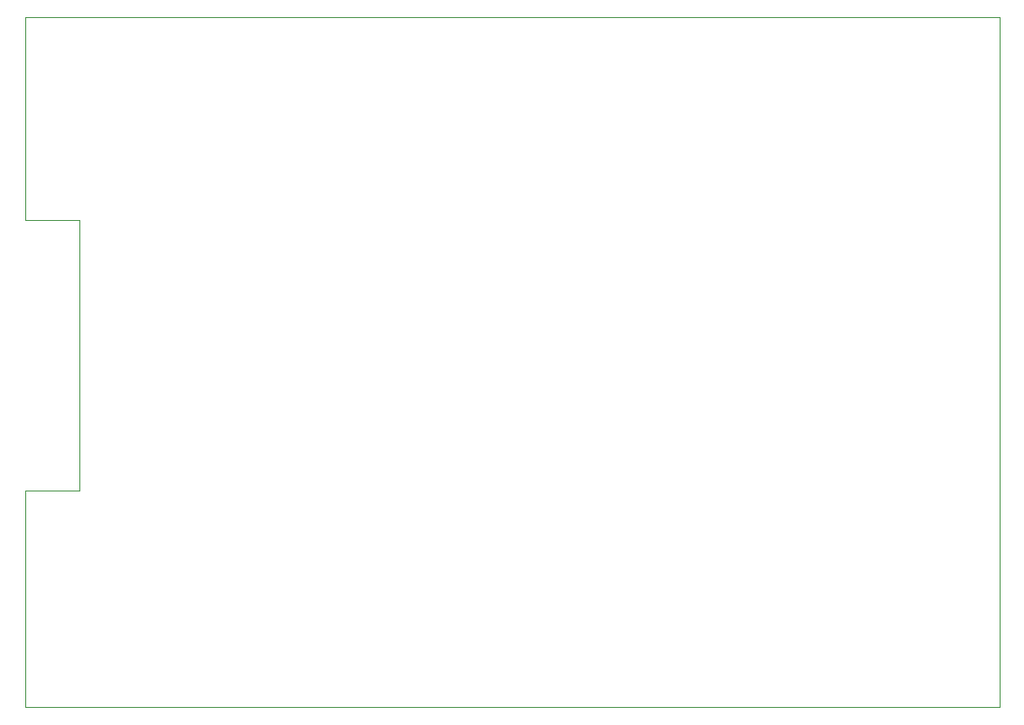
<source format=gbr>
G04 #@! TF.GenerationSoftware,KiCad,Pcbnew,(5.1.5)-3*
G04 #@! TF.CreationDate,2020-06-17T14:59:32+02:00*
G04 #@! TF.ProjectId,Tuerschild,54756572-7363-4686-996c-642e6b696361,rev?*
G04 #@! TF.SameCoordinates,Original*
G04 #@! TF.FileFunction,Profile,NP*
%FSLAX46Y46*%
G04 Gerber Fmt 4.6, Leading zero omitted, Abs format (unit mm)*
G04 Created by KiCad (PCBNEW (5.1.5)-3) date 2020-06-17 14:59:32*
%MOMM*%
%LPD*%
G04 APERTURE LIST*
%ADD10C,0.100000*%
G04 APERTURE END LIST*
D10*
X201930000Y-61595000D02*
X201930000Y-126365000D01*
X110490000Y-61595000D02*
X201930000Y-61595000D01*
X110490000Y-80645000D02*
X110490000Y-61595000D01*
X115570000Y-80645000D02*
X110490000Y-80645000D01*
X115570000Y-106045000D02*
X115570000Y-80645000D01*
X110490000Y-106045000D02*
X115570000Y-106045000D01*
X110490000Y-126365000D02*
X110490000Y-106045000D01*
X201930000Y-126365000D02*
X110490000Y-126365000D01*
M02*

</source>
